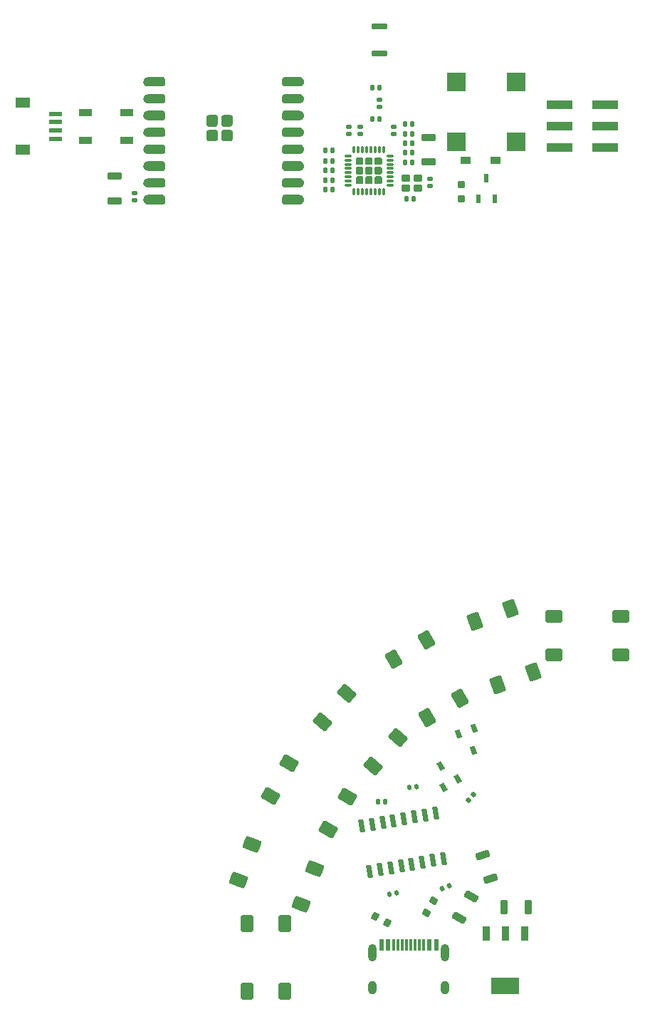
<source format=gbr>
%TF.GenerationSoftware,KiCad,Pcbnew,7.0.6-7.0.6~ubuntu22.04.1*%
%TF.CreationDate,2023-08-07T18:14:45+01:00*%
%TF.ProjectId,working,776f726b-696e-4672-9e6b-696361645f70,rev?*%
%TF.SameCoordinates,Original*%
%TF.FileFunction,Paste,Top*%
%TF.FilePolarity,Positive*%
%FSLAX46Y46*%
G04 Gerber Fmt 4.6, Leading zero omitted, Abs format (unit mm)*
G04 Created by KiCad (PCBNEW 7.0.6-7.0.6~ubuntu22.04.1) date 2023-08-07 18:14:45*
%MOMM*%
%LPD*%
G01*
G04 APERTURE LIST*
G04 Aperture macros list*
%AMRoundRect*
0 Rectangle with rounded corners*
0 $1 Rounding radius*
0 $2 $3 $4 $5 $6 $7 $8 $9 X,Y pos of 4 corners*
0 Add a 4 corners polygon primitive as box body*
4,1,4,$2,$3,$4,$5,$6,$7,$8,$9,$2,$3,0*
0 Add four circle primitives for the rounded corners*
1,1,$1+$1,$2,$3*
1,1,$1+$1,$4,$5*
1,1,$1+$1,$6,$7*
1,1,$1+$1,$8,$9*
0 Add four rect primitives between the rounded corners*
20,1,$1+$1,$2,$3,$4,$5,0*
20,1,$1+$1,$4,$5,$6,$7,0*
20,1,$1+$1,$6,$7,$8,$9,0*
20,1,$1+$1,$8,$9,$2,$3,0*%
%AMRotRect*
0 Rectangle, with rotation*
0 The origin of the aperture is its center*
0 $1 length*
0 $2 width*
0 $3 Rotation angle, in degrees counterclockwise*
0 Add horizontal line*
21,1,$1,$2,0,0,$3*%
G04 Aperture macros list end*
%ADD10RoundRect,0.201450X-0.263550X0.193550X-0.263550X-0.193550X0.263550X-0.193550X0.263550X0.193550X0*%
%ADD11RoundRect,0.201450X0.263550X-0.193550X0.263550X0.193550X-0.263550X0.193550X-0.263550X-0.193550X0*%
%ADD12RoundRect,0.229500X-0.658269X0.017963X-0.521992X-0.401453X0.658269X-0.017963X0.521992X0.401453X0*%
%ADD13RoundRect,0.229500X0.658269X-0.017963X0.521992X0.401453X-0.658269X0.017963X-0.521992X-0.401453X0*%
%ADD14RoundRect,0.225000X0.929331X-0.112223X-0.240469X0.904668X-0.929331X0.112223X0.240469X-0.904668X0*%
%ADD15RoundRect,0.140400X0.129600X0.159600X-0.129600X0.159600X-0.129600X-0.159600X0.129600X-0.159600X0*%
%ADD16RoundRect,0.140400X-0.129600X-0.159600X0.129600X-0.159600X0.129600X0.159600X-0.129600X0.159600X0*%
%ADD17RoundRect,0.140400X-0.159600X0.129600X-0.159600X-0.129600X0.159600X-0.129600X0.159600X0.129600X0*%
%ADD18RoundRect,0.140400X0.159600X-0.129600X0.159600X0.129600X-0.159600X0.129600X-0.159600X-0.129600X0*%
%ADD19R,0.300000X1.450000*%
%ADD20R,0.600000X1.450000*%
%ADD21RoundRect,0.500000X0.000000X-0.550000X0.000000X0.550000X0.000000X0.550000X0.000000X-0.550000X0*%
%ADD22RoundRect,0.500000X0.000000X-0.300000X0.000000X0.300000X0.000000X0.300000X0.000000X-0.300000X0*%
%ADD23RoundRect,0.229500X-0.620500X0.220500X-0.620500X-0.220500X0.620500X-0.220500X0.620500X0.220500X0*%
%ADD24RoundRect,0.229500X0.620500X-0.220500X0.620500X0.220500X-0.620500X0.220500X-0.620500X-0.220500X0*%
%ADD25RoundRect,0.140400X-0.099917X-0.179680X0.155345X-0.134671X0.099917X0.179680X-0.155345X0.134671X0*%
%ADD26RoundRect,0.140400X0.099917X0.179680X-0.155345X0.134671X-0.099917X-0.179680X0.155345X-0.134671X0*%
%ADD27R,1.200000X0.900000*%
%ADD28RoundRect,0.060000X-0.840000X-0.240000X0.840000X-0.240000X0.840000X0.240000X-0.840000X0.240000X0*%
%ADD29RoundRect,0.225000X0.933670X0.067163X-0.408670X0.842163X-0.933670X-0.067163X0.408670X-0.842163X0*%
%ADD30R,1.500000X0.900000*%
%ADD31RoundRect,0.225000X0.525000X-0.775000X0.525000X0.775000X-0.525000X0.775000X-0.525000X-0.775000X0*%
%ADD32RoundRect,0.140400X-0.038955X0.201868X-0.205566X0.003310X0.038955X-0.201868X0.205566X-0.003310X0*%
%ADD33RoundRect,0.140400X0.038955X-0.201868X0.205566X-0.003310X-0.038955X0.201868X-0.205566X0.003310X0*%
%ADD34RotRect,1.000000X0.600000X120.000000*%
%ADD35RoundRect,0.229500X-0.427119X0.501209X-0.647619X0.119291X0.427119X-0.501209X0.647619X-0.119291X0*%
%ADD36RoundRect,0.229500X0.427119X-0.501209X0.647619X-0.119291X-0.427119X0.501209X-0.647619X0.119291X0*%
%ADD37RoundRect,0.030000X-0.120000X0.370000X-0.120000X-0.370000X0.120000X-0.370000X0.120000X0.370000X0*%
%ADD38RoundRect,0.030000X-0.370000X-0.120000X0.370000X-0.120000X0.370000X0.120000X-0.370000X0.120000X0*%
%ADD39RoundRect,0.140400X-0.067198X-0.194301X0.176371X-0.105649X0.067198X0.194301X-0.176371X0.105649X0*%
%ADD40RoundRect,0.140400X0.067198X0.194301X-0.176371X0.105649X-0.067198X-0.194301X0.176371X-0.105649X0*%
%ADD41RoundRect,0.091440X-0.093677X-0.697422X0.326560X-0.623323X0.093677X0.697422X-0.326560X0.623323X0*%
%ADD42RoundRect,0.225000X-0.775000X-0.525000X0.775000X-0.525000X0.775000X0.525000X-0.775000X0.525000X0*%
%ADD43R,2.300000X2.300000*%
%ADD44RotRect,1.000000X0.600000X290.000000*%
%ADD45RoundRect,0.229500X0.220500X0.620500X-0.220500X0.620500X-0.220500X-0.620500X0.220500X-0.620500X0*%
%ADD46RoundRect,0.229500X-0.220500X-0.620500X0.220500X-0.620500X0.220500X0.620500X-0.220500X0.620500X0*%
%ADD47RoundRect,0.225000X0.758404X-0.548701X0.228273X0.907822X-0.758404X0.548701X-0.228273X-0.907822X0*%
%ADD48RoundRect,0.225000X0.911668X0.212395X-0.535382X0.767865X-0.911668X-0.212395X0.535382X-0.767865X0*%
%ADD49RoundRect,0.133350X0.311150X0.749300X-0.311150X0.749300X-0.311150X-0.749300X0.311150X-0.749300X0*%
%ADD50RoundRect,0.285750X-1.365250X0.666750X-1.365250X-0.666750X1.365250X-0.666750X1.365250X0.666750X0*%
%ADD51R,3.100000X1.000000*%
%ADD52RoundRect,0.225000X0.842163X-0.408670X0.067163X0.933670X-0.842163X0.408670X-0.067163X-0.933670X0*%
%ADD53RoundRect,0.106250X0.368750X0.318750X-0.368750X0.318750X-0.368750X-0.318750X0.368750X-0.318750X0*%
%ADD54R,0.600000X1.000000*%
%ADD55R,1.550000X0.600000*%
%ADD56R,1.800000X1.200000*%
%ADD57RoundRect,0.201450X0.131466X-0.299394X0.325016X0.035844X-0.131466X0.299394X-0.325016X-0.035844X0*%
%ADD58RoundRect,0.201450X-0.131466X0.299394X-0.325016X-0.035844X0.131466X-0.299394X0.325016X0.035844X0*%
%ADD59RoundRect,0.201450X0.299394X0.131466X-0.035844X0.325016X-0.299394X-0.131466X0.035844X-0.325016X0*%
%ADD60RoundRect,0.201450X-0.299394X-0.131466X0.035844X-0.325016X0.299394X0.131466X-0.035844X0.325016X0*%
G04 APERTURE END LIST*
%TO.C,MOD1*%
G36*
X135121547Y-60412814D02*
G01*
X135229172Y-60484726D01*
X135314600Y-60690969D01*
X135314600Y-61459854D01*
X135291886Y-61574047D01*
X135219974Y-61681672D01*
X135013731Y-61767100D01*
X134244846Y-61767100D01*
X134130653Y-61744386D01*
X134023028Y-61672474D01*
X133937600Y-61466231D01*
X133937600Y-60697346D01*
X133960314Y-60583153D01*
X134032226Y-60475528D01*
X134238469Y-60390100D01*
X135007354Y-60390100D01*
X135121547Y-60412814D01*
G37*
G36*
X135219974Y-58725528D02*
G01*
X135291886Y-58833153D01*
X135314600Y-58947346D01*
X135314600Y-59716231D01*
X135229172Y-59922474D01*
X135121547Y-59994386D01*
X135007354Y-60017100D01*
X134238469Y-60017100D01*
X134032226Y-59931672D01*
X133960314Y-59824047D01*
X133937600Y-59709854D01*
X133937600Y-58940969D01*
X134023028Y-58734726D01*
X134130653Y-58662814D01*
X134244846Y-58640100D01*
X135013731Y-58640100D01*
X135219974Y-58725528D01*
G37*
G36*
X136969974Y-58725528D02*
G01*
X137041886Y-58833153D01*
X137064600Y-58947346D01*
X137064600Y-59716231D01*
X136979172Y-59922474D01*
X136871547Y-59994386D01*
X136757354Y-60017100D01*
X135988469Y-60017100D01*
X135782226Y-59931672D01*
X135710314Y-59824047D01*
X135687600Y-59709854D01*
X135687600Y-58940969D01*
X135773028Y-58734726D01*
X135880653Y-58662814D01*
X135994846Y-58640100D01*
X136763731Y-58640100D01*
X136969974Y-58725528D01*
G37*
G36*
X136969974Y-60475528D02*
G01*
X137041886Y-60583153D01*
X137064600Y-60697346D01*
X137064600Y-61466231D01*
X136979172Y-61672474D01*
X136871547Y-61744386D01*
X136757354Y-61767100D01*
X135988469Y-61767100D01*
X135782226Y-61681672D01*
X135710314Y-61574047D01*
X135687600Y-61459854D01*
X135687600Y-60690969D01*
X135773028Y-60484726D01*
X135880653Y-60412814D01*
X135994846Y-60390100D01*
X136763731Y-60390100D01*
X136969974Y-60475528D01*
G37*
G36*
X128871547Y-54162814D02*
G01*
X128979172Y-54234726D01*
X129064600Y-54440969D01*
X129064600Y-54959854D01*
X129041886Y-55074047D01*
X128969974Y-55181672D01*
X128763731Y-55267100D01*
X127001100Y-55267100D01*
X126992812Y-55266557D01*
X126855113Y-55248429D01*
X126719076Y-55192080D01*
X126602258Y-55102442D01*
X126510020Y-54982236D01*
X126436495Y-54707834D01*
X126456271Y-54557613D01*
X126512620Y-54421576D01*
X126602258Y-54304758D01*
X126722464Y-54212520D01*
X126992740Y-54140100D01*
X128757354Y-54140100D01*
X128871547Y-54162814D01*
G37*
G36*
X128871547Y-56162814D02*
G01*
X128979172Y-56234726D01*
X129064600Y-56440969D01*
X129064600Y-56959854D01*
X129041886Y-57074047D01*
X128969974Y-57181672D01*
X128763731Y-57267100D01*
X127001100Y-57267100D01*
X126992812Y-57266557D01*
X126855113Y-57248429D01*
X126719076Y-57192080D01*
X126602258Y-57102442D01*
X126510020Y-56982236D01*
X126436495Y-56707834D01*
X126456271Y-56557613D01*
X126512620Y-56421576D01*
X126602258Y-56304758D01*
X126722464Y-56212520D01*
X126992740Y-56140100D01*
X128757354Y-56140100D01*
X128871547Y-56162814D01*
G37*
G36*
X128871547Y-58162814D02*
G01*
X128979172Y-58234726D01*
X129064600Y-58440969D01*
X129064600Y-58959854D01*
X129041886Y-59074047D01*
X128969974Y-59181672D01*
X128763731Y-59267100D01*
X127001100Y-59267100D01*
X126992812Y-59266557D01*
X126855113Y-59248429D01*
X126719076Y-59192080D01*
X126602258Y-59102442D01*
X126510020Y-58982236D01*
X126436495Y-58707834D01*
X126456271Y-58557613D01*
X126512620Y-58421576D01*
X126602258Y-58304758D01*
X126722464Y-58212520D01*
X126992740Y-58140100D01*
X128757354Y-58140100D01*
X128871547Y-58162814D01*
G37*
G36*
X128871547Y-60162814D02*
G01*
X128979172Y-60234726D01*
X129064600Y-60440969D01*
X129064600Y-60959854D01*
X129041886Y-61074047D01*
X128969974Y-61181672D01*
X128763731Y-61267100D01*
X127001100Y-61267100D01*
X126992812Y-61266557D01*
X126855113Y-61248429D01*
X126719076Y-61192080D01*
X126602258Y-61102442D01*
X126510020Y-60982236D01*
X126436495Y-60707834D01*
X126456271Y-60557613D01*
X126512620Y-60421576D01*
X126602258Y-60304758D01*
X126722464Y-60212520D01*
X126992740Y-60140100D01*
X128757354Y-60140100D01*
X128871547Y-60162814D01*
G37*
G36*
X128871547Y-62162814D02*
G01*
X128979172Y-62234726D01*
X129064600Y-62440969D01*
X129064600Y-62959854D01*
X129041886Y-63074047D01*
X128969974Y-63181672D01*
X128763731Y-63267100D01*
X127001100Y-63267100D01*
X126992812Y-63266557D01*
X126855113Y-63248429D01*
X126719076Y-63192080D01*
X126602258Y-63102442D01*
X126510020Y-62982236D01*
X126436495Y-62707834D01*
X126456271Y-62557613D01*
X126512620Y-62421576D01*
X126602258Y-62304758D01*
X126722464Y-62212520D01*
X126992740Y-62140100D01*
X128757354Y-62140100D01*
X128871547Y-62162814D01*
G37*
G36*
X128871547Y-64162814D02*
G01*
X128979172Y-64234726D01*
X129064600Y-64440969D01*
X129064600Y-64959854D01*
X129041886Y-65074047D01*
X128969974Y-65181672D01*
X128763731Y-65267100D01*
X127001100Y-65267100D01*
X126992812Y-65266557D01*
X126855113Y-65248429D01*
X126719076Y-65192080D01*
X126602258Y-65102442D01*
X126510020Y-64982236D01*
X126436495Y-64707834D01*
X126456271Y-64557613D01*
X126512620Y-64421576D01*
X126602258Y-64304758D01*
X126722464Y-64212520D01*
X126992740Y-64140100D01*
X128757354Y-64140100D01*
X128871547Y-64162814D01*
G37*
G36*
X128871547Y-66162814D02*
G01*
X128979172Y-66234726D01*
X129064600Y-66440969D01*
X129064600Y-66959854D01*
X129041886Y-67074047D01*
X128969974Y-67181672D01*
X128763731Y-67267100D01*
X127001100Y-67267100D01*
X126992812Y-67266557D01*
X126855113Y-67248429D01*
X126719076Y-67192080D01*
X126602258Y-67102442D01*
X126510020Y-66982236D01*
X126436495Y-66707834D01*
X126456271Y-66557613D01*
X126512620Y-66421576D01*
X126602258Y-66304758D01*
X126722464Y-66212520D01*
X126992740Y-66140100D01*
X128757354Y-66140100D01*
X128871547Y-66162814D01*
G37*
G36*
X128871547Y-68162814D02*
G01*
X128979172Y-68234726D01*
X129064600Y-68440969D01*
X129064600Y-68959854D01*
X129041886Y-69074047D01*
X128969974Y-69181672D01*
X128763731Y-69267100D01*
X127001100Y-69267100D01*
X126992812Y-69266557D01*
X126855113Y-69248429D01*
X126719076Y-69192080D01*
X126602258Y-69102442D01*
X126510020Y-68982236D01*
X126436495Y-68707834D01*
X126456271Y-68557613D01*
X126512620Y-68421576D01*
X126602258Y-68304758D01*
X126722464Y-68212520D01*
X126992740Y-68140100D01*
X128757354Y-68140100D01*
X128871547Y-68162814D01*
G37*
G36*
X145009388Y-54140643D02*
G01*
X145147087Y-54158771D01*
X145283124Y-54215120D01*
X145399942Y-54304758D01*
X145489580Y-54421576D01*
X145545929Y-54557613D01*
X145565148Y-54703600D01*
X145545929Y-54849587D01*
X145489580Y-54985624D01*
X145399942Y-55102442D01*
X145283124Y-55192080D01*
X145147087Y-55248429D01*
X145009388Y-55266557D01*
X145001100Y-55267100D01*
X143244846Y-55267100D01*
X143130653Y-55244386D01*
X143023028Y-55172474D01*
X142937600Y-54966231D01*
X142937600Y-54447346D01*
X142960314Y-54333153D01*
X143032226Y-54225528D01*
X143238469Y-54140100D01*
X145001100Y-54140100D01*
X145009388Y-54140643D01*
G37*
G36*
X145009388Y-56140643D02*
G01*
X145147087Y-56158771D01*
X145283124Y-56215120D01*
X145399942Y-56304758D01*
X145489580Y-56421576D01*
X145545929Y-56557613D01*
X145565148Y-56703600D01*
X145545929Y-56849587D01*
X145489580Y-56985624D01*
X145399942Y-57102442D01*
X145283124Y-57192080D01*
X145147087Y-57248429D01*
X145009388Y-57266557D01*
X145001100Y-57267100D01*
X143244846Y-57267100D01*
X143130653Y-57244386D01*
X143023028Y-57172474D01*
X142937600Y-56966231D01*
X142937600Y-56447346D01*
X142960314Y-56333153D01*
X143032226Y-56225528D01*
X143238469Y-56140100D01*
X145001100Y-56140100D01*
X145009388Y-56140643D01*
G37*
G36*
X145009388Y-58140643D02*
G01*
X145147087Y-58158771D01*
X145283124Y-58215120D01*
X145399942Y-58304758D01*
X145489580Y-58421576D01*
X145545929Y-58557613D01*
X145565148Y-58703600D01*
X145545929Y-58849587D01*
X145489580Y-58985624D01*
X145399942Y-59102442D01*
X145283124Y-59192080D01*
X145147087Y-59248429D01*
X145009388Y-59266557D01*
X145001100Y-59267100D01*
X143244846Y-59267100D01*
X143130653Y-59244386D01*
X143023028Y-59172474D01*
X142937600Y-58966231D01*
X142937600Y-58447346D01*
X142960314Y-58333153D01*
X143032226Y-58225528D01*
X143238469Y-58140100D01*
X145001100Y-58140100D01*
X145009388Y-58140643D01*
G37*
G36*
X145009388Y-60140643D02*
G01*
X145147087Y-60158771D01*
X145283124Y-60215120D01*
X145399942Y-60304758D01*
X145489580Y-60421576D01*
X145545929Y-60557613D01*
X145565148Y-60703600D01*
X145545929Y-60849587D01*
X145489580Y-60985624D01*
X145399942Y-61102442D01*
X145283124Y-61192080D01*
X145147087Y-61248429D01*
X145009388Y-61266557D01*
X145001100Y-61267100D01*
X143244846Y-61267100D01*
X143130653Y-61244386D01*
X143023028Y-61172474D01*
X142937600Y-60966231D01*
X142937600Y-60447346D01*
X142960314Y-60333153D01*
X143032226Y-60225528D01*
X143238469Y-60140100D01*
X145001100Y-60140100D01*
X145009388Y-60140643D01*
G37*
G36*
X145009388Y-62140643D02*
G01*
X145147087Y-62158771D01*
X145283124Y-62215120D01*
X145399942Y-62304758D01*
X145489580Y-62421576D01*
X145545929Y-62557613D01*
X145565148Y-62703600D01*
X145545929Y-62849587D01*
X145489580Y-62985624D01*
X145399942Y-63102442D01*
X145283124Y-63192080D01*
X145147087Y-63248429D01*
X145009388Y-63266557D01*
X145001100Y-63267100D01*
X143244846Y-63267100D01*
X143130653Y-63244386D01*
X143023028Y-63172474D01*
X142937600Y-62966231D01*
X142937600Y-62447346D01*
X142960314Y-62333153D01*
X143032226Y-62225528D01*
X143238469Y-62140100D01*
X145001100Y-62140100D01*
X145009388Y-62140643D01*
G37*
G36*
X145009388Y-64140643D02*
G01*
X145147087Y-64158771D01*
X145283124Y-64215120D01*
X145399942Y-64304758D01*
X145489580Y-64421576D01*
X145545929Y-64557613D01*
X145565148Y-64703600D01*
X145545929Y-64849587D01*
X145489580Y-64985624D01*
X145399942Y-65102442D01*
X145283124Y-65192080D01*
X145147087Y-65248429D01*
X145009388Y-65266557D01*
X145001100Y-65267100D01*
X143244846Y-65267100D01*
X143130653Y-65244386D01*
X143023028Y-65172474D01*
X142937600Y-64966231D01*
X142937600Y-64447346D01*
X142960314Y-64333153D01*
X143032226Y-64225528D01*
X143238469Y-64140100D01*
X145001100Y-64140100D01*
X145009388Y-64140643D01*
G37*
G36*
X145009388Y-66140643D02*
G01*
X145147087Y-66158771D01*
X145283124Y-66215120D01*
X145399942Y-66304758D01*
X145489580Y-66421576D01*
X145545929Y-66557613D01*
X145565148Y-66703600D01*
X145545929Y-66849587D01*
X145489580Y-66985624D01*
X145399942Y-67102442D01*
X145283124Y-67192080D01*
X145147087Y-67248429D01*
X145009388Y-67266557D01*
X145001100Y-67267100D01*
X143244846Y-67267100D01*
X143130653Y-67244386D01*
X143023028Y-67172474D01*
X142937600Y-66966231D01*
X142937600Y-66447346D01*
X142960314Y-66333153D01*
X143032226Y-66225528D01*
X143238469Y-66140100D01*
X145001100Y-66140100D01*
X145009388Y-66140643D01*
G37*
G36*
X145009388Y-68140643D02*
G01*
X145147087Y-68158771D01*
X145283124Y-68215120D01*
X145399942Y-68304758D01*
X145489580Y-68421576D01*
X145545929Y-68557613D01*
X145565148Y-68703600D01*
X145545929Y-68849587D01*
X145489580Y-68985624D01*
X145399942Y-69102442D01*
X145283124Y-69192080D01*
X145147087Y-69248429D01*
X145009388Y-69266557D01*
X145001100Y-69267100D01*
X143244846Y-69267100D01*
X143130653Y-69244386D01*
X143023028Y-69172474D01*
X142937600Y-68966231D01*
X142937600Y-68447346D01*
X142960314Y-68333153D01*
X143032226Y-68225528D01*
X143238469Y-68140100D01*
X145001100Y-68140100D01*
X145009388Y-68140643D01*
G37*
%TO.C,IC3*%
G36*
X154788882Y-63774259D02*
G01*
X154814600Y-63870240D01*
X154814600Y-64386960D01*
X154791285Y-64473970D01*
X154721470Y-64543785D01*
X154634460Y-64567100D01*
X154117740Y-64567100D01*
X154030730Y-64543785D01*
X153960915Y-64473970D01*
X153937600Y-64386960D01*
X153937600Y-63870240D01*
X153960915Y-63783230D01*
X154030730Y-63713415D01*
X154117740Y-63690100D01*
X154643115Y-63690100D01*
X154788882Y-63774259D01*
G37*
G36*
X153663882Y-63774259D02*
G01*
X153689600Y-63870240D01*
X153689600Y-64386960D01*
X153666285Y-64473970D01*
X153596470Y-64543785D01*
X153509460Y-64567100D01*
X152992740Y-64567100D01*
X152905730Y-64543785D01*
X152835915Y-64473970D01*
X152812600Y-64386960D01*
X152812600Y-63870240D01*
X152835915Y-63783230D01*
X152905730Y-63713415D01*
X152992740Y-63690100D01*
X153518115Y-63690100D01*
X153663882Y-63774259D01*
G37*
G36*
X152538882Y-63774259D02*
G01*
X152564600Y-63870240D01*
X152564600Y-64386960D01*
X152541285Y-64473970D01*
X152471470Y-64543785D01*
X152384460Y-64567100D01*
X151867740Y-64567100D01*
X151780730Y-64543785D01*
X151710915Y-64473970D01*
X151687600Y-64386960D01*
X151687600Y-63870240D01*
X151710915Y-63783230D01*
X151780730Y-63713415D01*
X151867740Y-63690100D01*
X152393115Y-63690100D01*
X152538882Y-63774259D01*
G37*
G36*
X154788882Y-64899259D02*
G01*
X154814600Y-64995240D01*
X154814600Y-65511960D01*
X154791285Y-65598970D01*
X154721470Y-65668785D01*
X154634460Y-65692100D01*
X154117740Y-65692100D01*
X154030730Y-65668785D01*
X153960915Y-65598970D01*
X153937600Y-65511960D01*
X153937600Y-64995240D01*
X153960915Y-64908230D01*
X154030730Y-64838415D01*
X154117740Y-64815100D01*
X154643115Y-64815100D01*
X154788882Y-64899259D01*
G37*
G36*
X153663882Y-64899259D02*
G01*
X153689600Y-64995240D01*
X153689600Y-65511960D01*
X153666285Y-65598970D01*
X153596470Y-65668785D01*
X153509460Y-65692100D01*
X152992740Y-65692100D01*
X152905730Y-65668785D01*
X152835915Y-65598970D01*
X152812600Y-65511960D01*
X152812600Y-64995240D01*
X152835915Y-64908230D01*
X152905730Y-64838415D01*
X152992740Y-64815100D01*
X153518115Y-64815100D01*
X153663882Y-64899259D01*
G37*
G36*
X152538882Y-64899259D02*
G01*
X152564600Y-64995240D01*
X152564600Y-65511960D01*
X152541285Y-65598970D01*
X152471470Y-65668785D01*
X152384460Y-65692100D01*
X151867740Y-65692100D01*
X151780730Y-65668785D01*
X151710915Y-65598970D01*
X151687600Y-65511960D01*
X151687600Y-64995240D01*
X151710915Y-64908230D01*
X151780730Y-64838415D01*
X151867740Y-64815100D01*
X152393115Y-64815100D01*
X152538882Y-64899259D01*
G37*
G36*
X154788882Y-66024259D02*
G01*
X154814600Y-66120240D01*
X154814600Y-66636960D01*
X154791285Y-66723970D01*
X154721470Y-66793785D01*
X154634460Y-66817100D01*
X154117740Y-66817100D01*
X154030730Y-66793785D01*
X153960915Y-66723970D01*
X153937600Y-66636960D01*
X153937600Y-66120240D01*
X153960915Y-66033230D01*
X154030730Y-65963415D01*
X154117740Y-65940100D01*
X154643115Y-65940100D01*
X154788882Y-66024259D01*
G37*
G36*
X153663882Y-66024259D02*
G01*
X153689600Y-66120240D01*
X153689600Y-66636960D01*
X153666285Y-66723970D01*
X153596470Y-66793785D01*
X153509460Y-66817100D01*
X152992740Y-66817100D01*
X152905730Y-66793785D01*
X152835915Y-66723970D01*
X152812600Y-66636960D01*
X152812600Y-66120240D01*
X152835915Y-66033230D01*
X152905730Y-65963415D01*
X152992740Y-65940100D01*
X153518115Y-65940100D01*
X153663882Y-66024259D01*
G37*
G36*
X152538882Y-66024259D02*
G01*
X152564600Y-66120240D01*
X152564600Y-66636960D01*
X152541285Y-66723970D01*
X152471470Y-66793785D01*
X152384460Y-66817100D01*
X151867740Y-66817100D01*
X151780730Y-66793785D01*
X151710915Y-66723970D01*
X151687600Y-66636960D01*
X151687600Y-66120240D01*
X151710915Y-66033230D01*
X151780730Y-65963415D01*
X151867740Y-65940100D01*
X152393115Y-65940100D01*
X152538882Y-66024259D01*
G37*
%TO.C,IC2*%
G36*
X171152100Y-163080300D02*
G01*
X167850100Y-163080300D01*
X167850100Y-161162600D01*
X171152100Y-161162600D01*
X171152100Y-163080300D01*
G37*
%TD*%
D10*
%TO.C,R1*%
X164251100Y-68573600D03*
D11*
X164251100Y-66933600D03*
%TD*%
D12*
%TO.C,C3*%
X167699175Y-149382632D03*
D13*
X166803025Y-146624568D03*
%TD*%
D14*
%TO.C,SW4*%
X153743806Y-136025933D03*
X147706129Y-130777460D03*
X156696071Y-132629740D03*
X150658394Y-127381267D03*
%TD*%
D15*
%TO.C,C5*%
X154321100Y-140253600D03*
D16*
X155181100Y-140253600D03*
%TD*%
D17*
%TO.C,C19*%
X125376100Y-68808600D03*
D18*
X125376100Y-67948600D03*
%TD*%
D19*
%TO.C,CON1*%
X156751100Y-157248600D03*
X159751100Y-157248600D03*
X158251100Y-157248600D03*
X157251100Y-157248600D03*
X157751100Y-157248600D03*
X158751100Y-157248600D03*
D20*
X154751100Y-157248600D03*
X161251100Y-157248600D03*
D21*
X162321100Y-158163600D03*
X153681100Y-158163600D03*
D22*
X153681100Y-162343600D03*
X162321100Y-162343600D03*
D19*
X159251100Y-157248600D03*
X156251100Y-157248600D03*
D20*
X155551100Y-157248600D03*
X160451100Y-157248600D03*
%TD*%
D23*
%TO.C,C10*%
X160376100Y-64203600D03*
D24*
X160376100Y-61303600D03*
%TD*%
D25*
%TO.C,R5*%
X158924567Y-138428931D03*
D26*
X158077633Y-138578269D03*
%TD*%
D27*
%TO.C,D1*%
X164726100Y-64066100D03*
X168276100Y-64066100D03*
%TD*%
D28*
%TO.C,ANT1*%
X154501100Y-51353600D03*
X154501100Y-48153600D03*
%TD*%
D29*
%TO.C,SW3*%
X148460202Y-143572157D03*
X141531998Y-139572157D03*
X150710202Y-139675043D03*
X143781998Y-135675043D03*
%TD*%
D17*
%TO.C,C7*%
X160501100Y-67058600D03*
D18*
X160501100Y-66198600D03*
%TD*%
D30*
%TO.C,LED1*%
X119551100Y-58353600D03*
X119551100Y-61653600D03*
X124451100Y-61653600D03*
X124451100Y-58353600D03*
%TD*%
D15*
%TO.C,C17*%
X148071100Y-67503600D03*
D16*
X148931100Y-67503600D03*
%TD*%
%TO.C,C15*%
X158431100Y-64253600D03*
D15*
X157571100Y-64253600D03*
%TD*%
D31*
%TO.C,SW1*%
X138751100Y-162753600D03*
X138751100Y-154753600D03*
X143251100Y-162753600D03*
X143251100Y-154753600D03*
%TD*%
D32*
%TO.C,R4*%
X165099701Y-140082999D03*
D33*
X165652499Y-139424201D03*
%TD*%
D16*
%TO.C,C14*%
X158431100Y-63128600D03*
D15*
X157571100Y-63128600D03*
%TD*%
D34*
%TO.C,Q1*%
X162149046Y-138520330D03*
X163803154Y-137565330D03*
X161776100Y-135964370D03*
%TD*%
D35*
%TO.C,C1*%
X164026100Y-154009337D03*
D36*
X165476100Y-151497863D03*
%TD*%
D15*
%TO.C,C9*%
X153641100Y-59128600D03*
D16*
X154501100Y-59128600D03*
%TD*%
D37*
%TO.C,IC3*%
X155001100Y-62753600D03*
X154501100Y-62753600D03*
X154001100Y-62753600D03*
X153501100Y-62753600D03*
X153001100Y-62753600D03*
X152501100Y-62753600D03*
X152001100Y-62753600D03*
X151501100Y-62753600D03*
D38*
X150751100Y-63503600D03*
X150751100Y-64003600D03*
X150751100Y-64503600D03*
X150751100Y-65003600D03*
X150751100Y-65503600D03*
X150751100Y-66003600D03*
X150751100Y-66503600D03*
X150751100Y-67003600D03*
D37*
X151501100Y-67753600D03*
X152001100Y-67753600D03*
X152501100Y-67753600D03*
X153001100Y-67753600D03*
X153501100Y-67753600D03*
X154001100Y-67753600D03*
X154501100Y-67753600D03*
X155001100Y-67753600D03*
D38*
X155751100Y-67003600D03*
X155751100Y-66503600D03*
X155751100Y-66003600D03*
X155751100Y-65503600D03*
X155751100Y-65003600D03*
X155751100Y-64503600D03*
X155751100Y-64003600D03*
X155751100Y-63503600D03*
%TD*%
D39*
%TO.C,C4*%
X162780168Y-150231531D03*
D40*
X161972032Y-150525669D03*
%TD*%
D26*
%TO.C,C6*%
X155702633Y-151203269D03*
D25*
X156549567Y-151053931D03*
%TD*%
D41*
%TO.C,IC1*%
X153358803Y-148527019D03*
X154609508Y-148306486D03*
X155860214Y-148085953D03*
X157110920Y-147865419D03*
X158361626Y-147644886D03*
X159612332Y-147424353D03*
X160863038Y-147203820D03*
X162113743Y-146983287D03*
X161165451Y-141605252D03*
X159914745Y-141825785D03*
X158664039Y-142046318D03*
X157413333Y-142266851D03*
X156162627Y-142487384D03*
X154911922Y-142707918D03*
X153661216Y-142928451D03*
X152410510Y-143148984D03*
%TD*%
D42*
%TO.C,SW7*%
X175251100Y-118253600D03*
X183251100Y-118253600D03*
X175251100Y-122753600D03*
X183251100Y-122753600D03*
%TD*%
D43*
%TO.C,P1*%
X163701100Y-61803600D03*
X170801100Y-61803600D03*
X163701100Y-54703600D03*
X170801100Y-54703600D03*
%TD*%
D44*
%TO.C,Q2*%
X165738082Y-131549340D03*
X163943269Y-132202598D03*
X165661524Y-134131231D03*
%TD*%
D45*
%TO.C,C2*%
X169301100Y-152753600D03*
D46*
X172201100Y-152753600D03*
%TD*%
D18*
%TO.C,R7*%
X150876100Y-60073600D03*
D17*
X150876100Y-60933600D03*
%TD*%
D15*
%TO.C,R9*%
X148071100Y-65253600D03*
D16*
X148931100Y-65253600D03*
%TD*%
%TO.C,C20*%
X158431100Y-60878600D03*
D15*
X157571100Y-60878600D03*
%TD*%
D47*
%TO.C,SW6*%
X168604872Y-126331916D03*
X165868711Y-118814375D03*
X172833489Y-124792825D03*
X170097328Y-117275284D03*
%TD*%
D48*
%TO.C,SW2*%
X145229094Y-152387628D03*
X137760450Y-149520684D03*
X146841750Y-148186516D03*
X139373106Y-145319572D03*
%TD*%
D15*
%TO.C,R10*%
X148071100Y-64128600D03*
D16*
X148931100Y-64128600D03*
%TD*%
D18*
%TO.C,L1*%
X154501100Y-56823600D03*
D17*
X154501100Y-57683600D03*
%TD*%
D15*
%TO.C,R6*%
X157571100Y-62003600D03*
D16*
X158431100Y-62003600D03*
%TD*%
D49*
%TO.C,IC2*%
X171812500Y-155885750D03*
X169501100Y-155885750D03*
X167189700Y-155885750D03*
D50*
X169501100Y-162127800D03*
%TD*%
D18*
%TO.C,C12*%
X156251100Y-60073600D03*
D17*
X156251100Y-60933600D03*
%TD*%
D16*
%TO.C,C11*%
X158556100Y-68628600D03*
D15*
X157696100Y-68628600D03*
%TD*%
D23*
%TO.C,C18*%
X123001100Y-68828600D03*
D24*
X123001100Y-65928600D03*
%TD*%
D51*
%TO.C,J1*%
X175926100Y-57463600D03*
X181326100Y-57463600D03*
X175926100Y-60003600D03*
X181326100Y-60003600D03*
X175926100Y-62543600D03*
X181326100Y-62543600D03*
%TD*%
D15*
%TO.C,C8*%
X153641100Y-55378600D03*
D16*
X154501100Y-55378600D03*
%TD*%
D52*
%TO.C,SW5*%
X160182543Y-130212702D03*
X156182543Y-123284498D03*
X164079657Y-127962702D03*
X160079657Y-121034498D03*
%TD*%
D15*
%TO.C,R11*%
X157571100Y-59753600D03*
D16*
X158431100Y-59753600D03*
%TD*%
D15*
%TO.C,R8*%
X148071100Y-66378600D03*
D16*
X148931100Y-66378600D03*
%TD*%
D18*
%TO.C,C13*%
X152251100Y-60073600D03*
D17*
X152251100Y-60933600D03*
%TD*%
D53*
%TO.C,XT1*%
X159101100Y-66178600D03*
X157651100Y-66178600D03*
X157651100Y-67328600D03*
X159101100Y-67328600D03*
%TD*%
D54*
%TO.C,Q3*%
X166296100Y-68578600D03*
X168206100Y-68578600D03*
X167251100Y-66178600D03*
%TD*%
D55*
%TO.C,CON2*%
X116015100Y-58503600D03*
X116015100Y-59503600D03*
X116015100Y-60503600D03*
X116015100Y-61503600D03*
D56*
X112115100Y-57203600D03*
X112115100Y-62803600D03*
%TD*%
D57*
%TO.C,R2*%
X160911100Y-152043459D03*
D58*
X160091100Y-153463741D03*
%TD*%
D59*
%TO.C,R3*%
X154040959Y-153843600D03*
D60*
X155461241Y-154663600D03*
%TD*%
D15*
%TO.C,C16*%
X148071100Y-62878600D03*
D16*
X148931100Y-62878600D03*
%TD*%
M02*

</source>
